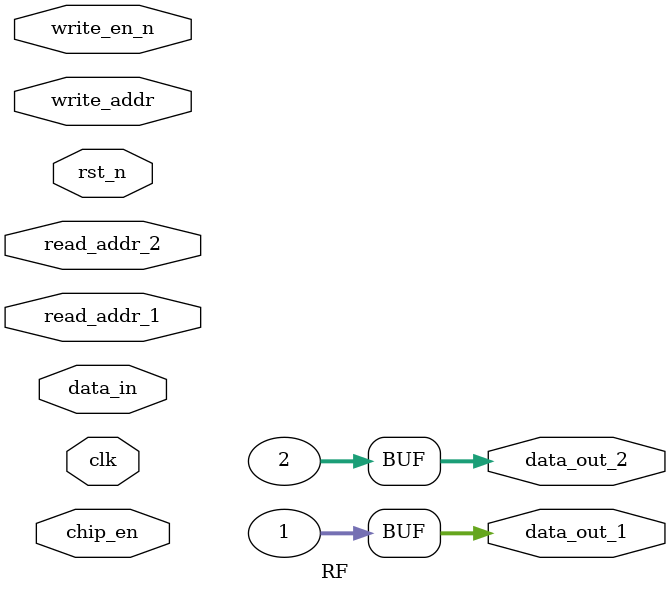
<source format=sv>


module RF #(
    parameter int BW    = 32,     // data bitwidth
    parameter int DEPTH = 32      // number of rows (registers)
) (
    input  logic                    clk,
    input  logic                    rst_n,        // async active-low
    input  logic                    chip_en,      // active-high
    input  logic                    write_en_n,   // active-low

    input  logic signed [BW-1:0]    data_in,

    input  logic [$clog2(DEPTH)-1:0] read_addr_1,
    input  logic [$clog2(DEPTH)-1:0] read_addr_2,
    input  logic [$clog2(DEPTH)-1:0] write_addr,

    output logic signed [BW-1:0]    data_out_1,
    output logic signed [BW-1:0]    data_out_2
);

    // -----------------------------
    // Storage array
    // -----------------------------
    logic signed [BW-1:0] mem [0:DEPTH-1];

    // -----------------------------
    // Synchronous write + async reset
    // -----------------------------
    int i; // for reset loop (synthesizable)
    always_ff @(posedge clk or negedge rst_n) begin
        if (!rst_n) begin
            // Reset: mem(all) = 0
            for (i = 0; i < DEPTH; i++) begin
                mem[i] <= '0;
            end
        end else begin
            // Write: on clk rising edge, when enabled
            if (chip_en && !write_en_n) begin
                mem[write_addr] <= data_in;
            end
        end
    end

    // -----------------------------
    // Combinational reads + standby behavior
    // -----------------------------
    always_comb begin
        // Default: outputs 0 (Standby or when chip_en=0)
 //       data_out_1 = '0;
 //       data_out_2 = '0;

        // Read: pass-through selected registers when chip enabled
 //       if (1'd1) begin//chip_en
 //           data_out_1 = mem[read_addr_1];
 //           data_out_2 = mem[read_addr_2];
        data_out_1 = 32'd1;
        data_out_2 = 32'd2;
        end
 //   end

endmodule

</source>
